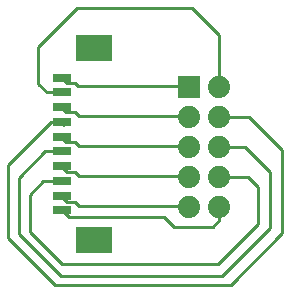
<source format=gbr>
G04 #@! TF.FileFunction,Copper,L2,Bot,Signal*
%FSLAX46Y46*%
G04 Gerber Fmt 4.6, Leading zero omitted, Abs format (unit mm)*
G04 Created by KiCad (PCBNEW 4.0.6) date 03/10/20 09:40:22*
%MOMM*%
%LPD*%
G01*
G04 APERTURE LIST*
%ADD10C,0.100000*%
%ADD11R,1.500000X0.800000*%
%ADD12R,3.100000X2.200000*%
%ADD13R,1.879600X1.879600*%
%ADD14C,1.879600*%
%ADD15C,0.250000*%
G04 APERTURE END LIST*
D10*
D11*
X104438000Y-74061000D03*
X104438000Y-75311000D03*
X104438000Y-76561000D03*
X104438000Y-77811000D03*
X104438000Y-79061000D03*
X104438000Y-80311000D03*
X104438000Y-81561000D03*
X104438000Y-82811000D03*
X104438000Y-84061000D03*
X104438000Y-85311000D03*
D12*
X107188000Y-71561000D03*
X107188000Y-87811000D03*
D13*
X115234860Y-74841100D03*
D14*
X117774860Y-74841100D03*
X115234860Y-77381100D03*
X117774860Y-77381100D03*
X115234860Y-79921100D03*
X117774860Y-79921100D03*
X115234860Y-82461100D03*
X117774860Y-82461100D03*
X115234860Y-85001100D03*
X117774860Y-85001100D03*
D15*
X104438000Y-74061000D02*
X104394000Y-74041000D01*
X104394000Y-74041000D02*
X104902000Y-74549000D01*
X104902000Y-74549000D02*
X105537000Y-74549000D01*
X105537000Y-74549000D02*
X105791000Y-74803000D01*
X105791000Y-74803000D02*
X115189000Y-74803000D01*
X115189000Y-74803000D02*
X115234860Y-74841100D01*
X117774860Y-74841100D02*
X117774860Y-70492760D01*
X103149400Y-75311000D02*
X104438000Y-75311000D01*
X102412800Y-74574400D02*
X103149400Y-75311000D01*
X102412800Y-71437500D02*
X102412800Y-74574400D01*
X105676700Y-68173600D02*
X102412800Y-71437500D01*
X115455700Y-68173600D02*
X105676700Y-68173600D01*
X117774860Y-70492760D02*
X115455700Y-68173600D01*
X117774860Y-74841100D02*
X117729000Y-74803000D01*
X104438000Y-76561000D02*
X104394000Y-76581000D01*
X104394000Y-76581000D02*
X104775000Y-76962000D01*
X104775000Y-76962000D02*
X105537000Y-76962000D01*
X105537000Y-76962000D02*
X105918000Y-77343000D01*
X105918000Y-77343000D02*
X115189000Y-77343000D01*
X115189000Y-77343000D02*
X115234860Y-77381100D01*
X103519600Y-77811000D02*
X104438000Y-77811000D01*
X99910900Y-81419700D02*
X103519600Y-77811000D01*
X99910900Y-87642700D02*
X99910900Y-81419700D01*
X103847900Y-91579700D02*
X99910900Y-87642700D01*
X118745000Y-91579700D02*
X103847900Y-91579700D01*
X123101100Y-87223600D02*
X118745000Y-91579700D01*
X123101100Y-80175100D02*
X123101100Y-87223600D01*
X120307100Y-77381100D02*
X123101100Y-80175100D01*
X117774860Y-77381100D02*
X120307100Y-77381100D01*
X104438000Y-77811000D02*
X104394000Y-77851000D01*
X104394000Y-77851000D02*
X104648000Y-78105000D01*
X117729000Y-77343000D02*
X117774860Y-77381100D01*
X104438000Y-79061000D02*
X104394000Y-79121000D01*
X104394000Y-79121000D02*
X104775000Y-79502000D01*
X104775000Y-79502000D02*
X105537000Y-79502000D01*
X105537000Y-79502000D02*
X105918000Y-79883000D01*
X105918000Y-79883000D02*
X115189000Y-79883000D01*
X115189000Y-79883000D02*
X115234860Y-79921100D01*
X117774860Y-79921100D02*
X119926100Y-79921100D01*
X102988100Y-80311000D02*
X104438000Y-80311000D01*
X100774500Y-82524600D02*
X102988100Y-80311000D01*
X100774500Y-87261700D02*
X100774500Y-82524600D01*
X104343200Y-90830400D02*
X100774500Y-87261700D01*
X117995700Y-90830400D02*
X104343200Y-90830400D01*
X122034300Y-86791800D02*
X117995700Y-90830400D01*
X122034300Y-82029300D02*
X122034300Y-86791800D01*
X119926100Y-79921100D02*
X122034300Y-82029300D01*
X104438000Y-80311000D02*
X104394000Y-80264000D01*
X104438000Y-81561000D02*
X104394000Y-81534000D01*
X104394000Y-81534000D02*
X104902000Y-82042000D01*
X104902000Y-82042000D02*
X105537000Y-82042000D01*
X105537000Y-82042000D02*
X105918000Y-82423000D01*
X105918000Y-82423000D02*
X115189000Y-82423000D01*
X115189000Y-82423000D02*
X115234860Y-82461100D01*
X117774860Y-82461100D02*
X120205500Y-82461100D01*
X102850300Y-82811000D02*
X104438000Y-82811000D01*
X101701600Y-83959700D02*
X102850300Y-82811000D01*
X101701600Y-87134700D02*
X101701600Y-83959700D01*
X104419400Y-89852500D02*
X101701600Y-87134700D01*
X117627400Y-89852500D02*
X104419400Y-89852500D01*
X121031000Y-86448900D02*
X117627400Y-89852500D01*
X121031000Y-83286600D02*
X121031000Y-86448900D01*
X120205500Y-82461100D02*
X121031000Y-83286600D01*
X104438000Y-82811000D02*
X104394000Y-82804000D01*
X117729000Y-82423000D02*
X117774860Y-82461100D01*
X104438000Y-84061000D02*
X104394000Y-84074000D01*
X104394000Y-84074000D02*
X104902000Y-84582000D01*
X104902000Y-84582000D02*
X105537000Y-84582000D01*
X105537000Y-84582000D02*
X105918000Y-84963000D01*
X105918000Y-84963000D02*
X115189000Y-84963000D01*
X115189000Y-84963000D02*
X115234860Y-85001100D01*
X117774860Y-85001100D02*
X117774860Y-86110940D01*
X105004400Y-85877400D02*
X104438000Y-85311000D01*
X113106200Y-85877400D02*
X105004400Y-85877400D01*
X113919000Y-86690200D02*
X113106200Y-85877400D01*
X117195600Y-86690200D02*
X113919000Y-86690200D01*
X117774860Y-86110940D02*
X117195600Y-86690200D01*
X104394000Y-85344000D02*
X104438000Y-85311000D01*
M02*

</source>
